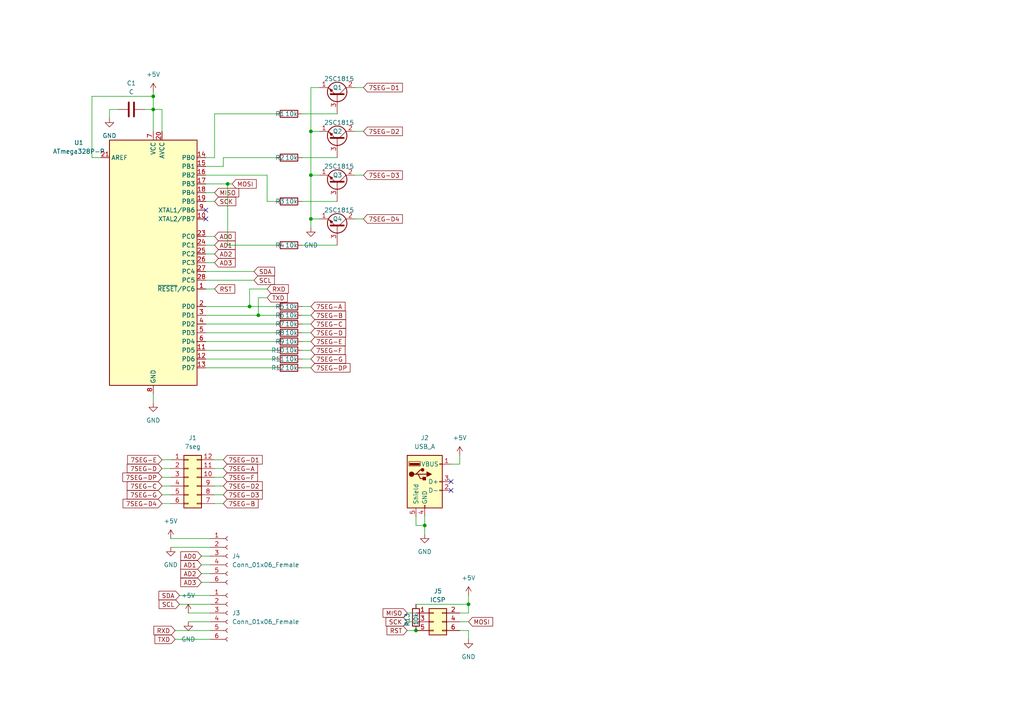
<source format=kicad_sch>
(kicad_sch (version 20211123) (generator eeschema)
  (paper "A4")
  (title_block (title "作業体験用キット") (date "2023-02-23") (rev "ver1") (company "Meister"))
  (lib_symbols
    (symbol "Connector:Conn_01x06_Female" (pin_names (offset 1.016) hide)
      (property "Reference" "J" (at 0 7.62 0))
      (property "Value" "Conn_01x06_Female" (at 0 -10.16 0))
      (symbol "Conn_01x06_Female_1_1"
        (arc (start 0 -7.112) (mid -0.508 -7.62) (end 0 -8.128) (stroke (width 0.1524)))
        (arc (start 0 -4.572) (mid -0.508 -5.08) (end 0 -5.588) (stroke (width 0.1524)))
        (arc (start 0 -2.032) (mid -0.508 -2.54) (end 0 -3.048) (stroke (width 0.1524)))
        (polyline (pts (xy -1.27 -7.62) (xy -0.508 -7.62)) (stroke (width 0.1524)))
        (polyline (pts (xy -1.27 -5.08) (xy -0.508 -5.08)) (stroke (width 0.1524)))
        (polyline (pts (xy -1.27 -2.54) (xy -0.508 -2.54)) (stroke (width 0.1524)))
        (polyline (pts (xy -1.27 0) (xy -0.508 0)) (stroke (width 0.1524)))
        (polyline (pts (xy -1.27 2.54) (xy -0.508 2.54)) (stroke (width 0.1524)))
        (polyline (pts (xy -1.27 5.08) (xy -0.508 5.08)) (stroke (width 0.1524)))
        (arc (start 0 0.508) (mid -0.508 0) (end 0 -0.508) (stroke (width 0.1524)))
        (arc (start 0 3.048) (mid -0.508 2.54) (end 0 2.032) (stroke (width 0.1524)))
        (arc (start 0 5.588) (mid -0.508 5.08) (end 0 4.572) (stroke (width 0.1524)))
        (pin passive line (at -5.08 5.08 0) (length 3.81) (name "Pin_1") (number "1"))
        (pin passive line (at -5.08 2.54 0) (length 3.81) (name "Pin_2") (number "2"))
        (pin passive line (at -5.08 0 0) (length 3.81) (name "Pin_3") (number "3"))
        (pin passive line (at -5.08 -2.54 0) (length 3.81) (name "Pin_4") (number "4"))
        (pin passive line (at -5.08 -5.08 0) (length 3.81) (name "Pin_5") (number "5"))
        (pin passive line (at -5.08 -7.62 0) (length 3.81) (name "Pin_6") (number "6"))
      )
    )
    (symbol "Connector:USB_A" (pin_names (offset 1.016))
      (property "Reference" "J" (at -5.08 11.43 0))
      (property "Value" "USB_A" (at -5.08 8.89 0))
      (symbol "USB_A_0_1"
        (rectangle (start -5.08 -7.62) (end 5.08 7.62) (stroke (width 0.254)) (fill (type background)))
        (circle (center -3.81 2.159) (radius 0.635) (stroke (width 0.254)) (fill (type outline)))
        (rectangle (start -1.524 4.826) (end -4.318 5.334) (fill (type outline)))
        (rectangle (start -1.27 4.572) (end -4.572 5.842))
        (circle (center -0.635 3.429) (radius 0.381) (stroke (width 0.254)) (fill (type outline)))
        (rectangle (start -0.127 -7.62) (end 0.127 -6.858))
        (polyline (pts (xy -3.175 2.159) (xy -2.54 2.159) (xy -1.27 3.429) (xy -0.635 3.429)) (stroke (width 0.254)))
        (polyline (pts (xy -2.54 2.159) (xy -1.905 2.159) (xy -1.27 0.889) (xy 0 0.889)) (stroke (width 0.254)))
        (polyline (pts (xy 0.635 2.794) (xy 0.635 1.524) (xy 1.905 2.159) (xy 0.635 2.794)) (stroke (width 0.254)) (fill (type outline)))
        (rectangle (start 0.254 1.27) (end -0.508 0.508) (stroke (width 0.254)) (fill (type outline)))
        (rectangle (start 5.08 -2.667) (end 4.318 -2.413))
        (rectangle (start 5.08 -0.127) (end 4.318 0.127))
        (rectangle (start 5.08 4.953) (end 4.318 5.207))
      )
      (symbol "USB_A_1_1"
        (polyline (pts (xy -1.905 2.159) (xy 0.635 2.159)) (stroke (width 0.254)))
        (pin power_in line (at 7.62 5.08 180) (length 2.54) (name "VBUS") (number "1"))
        (pin bidirectional line (at 7.62 -2.54 180) (length 2.54) (name "D-") (number "2"))
        (pin bidirectional line (at 7.62 0 180) (length 2.54) (name "D+") (number "3"))
        (pin power_in line (at 0 -10.16 90) (length 2.54) (name "GND") (number "4"))
        (pin passive line (at -2.54 -10.16 90) (length 2.54) (name "Shield") (number "5"))
      )
    )
    (symbol "Connector_Generic:Conn_02x03_Odd_Even" (pin_names (offset 1.016) hide)
      (property "Reference" "J" (at 1.27 5.08 0))
      (property "Value" "Conn_02x03_Odd_Even" (at 1.27 -5.08 0))
      (symbol "Conn_02x03_Odd_Even_1_1"
        (rectangle (start -1.27 -2.413) (end 0 -2.667) (stroke (width 0.1524)))
        (rectangle (start -1.27 0.127) (end 0 -0.127) (stroke (width 0.1524)))
        (rectangle (start -1.27 2.667) (end 0 2.413) (stroke (width 0.1524)))
        (rectangle (start -1.27 3.81) (end 3.81 -3.81) (stroke (width 0.254)) (fill (type background)))
        (rectangle (start 3.81 -2.413) (end 2.54 -2.667) (stroke (width 0.1524)))
        (rectangle (start 3.81 0.127) (end 2.54 -0.127) (stroke (width 0.1524)))
        (rectangle (start 3.81 2.667) (end 2.54 2.413) (stroke (width 0.1524)))
        (pin passive line (at -5.08 2.54 0) (length 3.81) (name "Pin_1") (number "1"))
        (pin passive line (at 7.62 2.54 180) (length 3.81) (name "Pin_2") (number "2"))
        (pin passive line (at -5.08 0 0) (length 3.81) (name "Pin_3") (number "3"))
        (pin passive line (at 7.62 0 180) (length 3.81) (name "Pin_4") (number "4"))
        (pin passive line (at -5.08 -2.54 0) (length 3.81) (name "Pin_5") (number "5"))
        (pin passive line (at 7.62 -2.54 180) (length 3.81) (name "Pin_6") (number "6"))
      )
    )
    (symbol "Connector_Generic:Conn_02x06_Counter_Clockwise" (pin_names (offset 1.016) hide)
      (property "Reference" "J" (at 1.27 7.62 0))
      (property "Value" "Conn_02x06_Counter_Clockwise" (at 1.27 -10.16 0))
      (symbol "Conn_02x06_Counter_Clockwise_1_1"
        (rectangle (start -1.27 -7.493) (end 0 -7.747) (stroke (width 0.1524)))
        (rectangle (start -1.27 -4.953) (end 0 -5.207) (stroke (width 0.1524)))
        (rectangle (start -1.27 -2.413) (end 0 -2.667) (stroke (width 0.1524)))
        (rectangle (start -1.27 0.127) (end 0 -0.127) (stroke (width 0.1524)))
        (rectangle (start -1.27 2.667) (end 0 2.413) (stroke (width 0.1524)))
        (rectangle (start -1.27 5.207) (end 0 4.953) (stroke (width 0.1524)))
        (rectangle (start -1.27 6.35) (end 3.81 -8.89) (stroke (width 0.254)) (fill (type background)))
        (rectangle (start 3.81 -7.493) (end 2.54 -7.747) (stroke (width 0.1524)))
        (rectangle (start 3.81 -4.953) (end 2.54 -5.207) (stroke (width 0.1524)))
        (rectangle (start 3.81 -2.413) (end 2.54 -2.667) (stroke (width 0.1524)))
        (rectangle (start 3.81 0.127) (end 2.54 -0.127) (stroke (width 0.1524)))
        (rectangle (start 3.81 2.667) (end 2.54 2.413) (stroke (width 0.1524)))
        (rectangle (start 3.81 5.207) (end 2.54 4.953) (stroke (width 0.1524)))
        (pin passive line (at -5.08 5.08 0) (length 3.81) (name "Pin_1") (number "1"))
        (pin passive line (at 7.62 0 180) (length 3.81) (name "Pin_10") (number "10"))
        (pin passive line (at 7.62 2.54 180) (length 3.81) (name "Pin_11") (number "11"))
        (pin passive line (at 7.62 5.08 180) (length 3.81) (name "Pin_12") (number "12"))
        (pin passive line (at -5.08 2.54 0) (length 3.81) (name "Pin_2") (number "2"))
        (pin passive line (at -5.08 0 0) (length 3.81) (name "Pin_3") (number "3"))
        (pin passive line (at -5.08 -2.54 0) (length 3.81) (name "Pin_4") (number "4"))
        (pin passive line (at -5.08 -5.08 0) (length 3.81) (name "Pin_5") (number "5"))
        (pin passive line (at -5.08 -7.62 0) (length 3.81) (name "Pin_6") (number "6"))
        (pin passive line (at 7.62 -7.62 180) (length 3.81) (name "Pin_7") (number "7"))
        (pin passive line (at 7.62 -5.08 180) (length 3.81) (name "Pin_8") (number "8"))
        (pin passive line (at 7.62 -2.54 180) (length 3.81) (name "Pin_9") (number "9"))
      )
    )
    (symbol "Device:C" (pin_numbers hide) (pin_names (offset 0.254))
      (property "Reference" "C" (at 0.635 2.54 0))
      (property "Value" "C" (at 0.635 -2.54 0))
      (symbol "C_0_1"
        (polyline (pts (xy -2.032 -0.762) (xy 2.032 -0.762)) (stroke (width 0.508)))
        (polyline (pts (xy -2.032 0.762) (xy 2.032 0.762)) (stroke (width 0.508)))
      )
      (symbol "C_1_1"
        (pin passive line (at 0 3.81 270) (length 2.794) (name "~") (number "1"))
        (pin passive line (at 0 -3.81 90) (length 2.794) (name "~") (number "2"))
      )
    )
    (symbol "Device:R" (pin_numbers hide) (pin_names (offset 0))
      (property "Reference" "R" (at 2.032 0 90))
      (property "Value" "R" (at 0 0 90))
      (symbol "R_0_1"
        (rectangle (start -1.016 -2.54) (end 1.016 2.54) (stroke (width 0.254)))
      )
      (symbol "R_1_1"
        (pin passive line (at 0 3.81 270) (length 1.27) (name "~") (number "1"))
        (pin passive line (at 0 -3.81 90) (length 1.27) (name "~") (number "2"))
      )
    )
    (symbol "MCU_Microchip_ATmega:ATmega328P-P"
      (property "Reference" "U" (at -12.7 36.83 0))
      (property "Value" "ATmega328P-P" (at 2.54 -36.83 0))
      (symbol "ATmega328P-P_0_1"
        (rectangle (start -12.7 -35.56) (end 12.7 35.56) (stroke (width 0.254)) (fill (type background)))
      )
      (symbol "ATmega328P-P_1_1"
        (pin bidirectional line (at 15.24 -7.62 180) (length 2.54) (name "~{RESET}/PC6") (number "1"))
        (pin bidirectional line (at 15.24 12.7 180) (length 2.54) (name "XTAL2/PB7") (number "10"))
        (pin bidirectional line (at 15.24 -25.4 180) (length 2.54) (name "PD5") (number "11"))
        (pin bidirectional line (at 15.24 -27.94 180) (length 2.54) (name "PD6") (number "12"))
        (pin bidirectional line (at 15.24 -30.48 180) (length 2.54) (name "PD7") (number "13"))
        (pin bidirectional line (at 15.24 30.48 180) (length 2.54) (name "PB0") (number "14"))
        (pin bidirectional line (at 15.24 27.94 180) (length 2.54) (name "PB1") (number "15"))
        (pin bidirectional line (at 15.24 25.4 180) (length 2.54) (name "PB2") (number "16"))
        (pin bidirectional line (at 15.24 22.86 180) (length 2.54) (name "PB3") (number "17"))
        (pin bidirectional line (at 15.24 20.32 180) (length 2.54) (name "PB4") (number "18"))
        (pin bidirectional line (at 15.24 17.78 180) (length 2.54) (name "PB5") (number "19"))
        (pin bidirectional line (at 15.24 -12.7 180) (length 2.54) (name "PD0") (number "2"))
        (pin power_in line (at 2.54 38.1 270) (length 2.54) (name "AVCC") (number "20"))
        (pin passive line (at -15.24 30.48 0) (length 2.54) (name "AREF") (number "21"))
        (pin passive line (at 0 -38.1 90) (length 2.54) hide (name "GND") (number "22"))
        (pin bidirectional line (at 15.24 7.62 180) (length 2.54) (name "PC0") (number "23"))
        (pin bidirectional line (at 15.24 5.08 180) (length 2.54) (name "PC1") (number "24"))
        (pin bidirectional line (at 15.24 2.54 180) (length 2.54) (name "PC2") (number "25"))
        (pin bidirectional line (at 15.24 0 180) (length 2.54) (name "PC3") (number "26"))
        (pin bidirectional line (at 15.24 -2.54 180) (length 2.54) (name "PC4") (number "27"))
        (pin bidirectional line (at 15.24 -5.08 180) (length 2.54) (name "PC5") (number "28"))
        (pin bidirectional line (at 15.24 -15.24 180) (length 2.54) (name "PD1") (number "3"))
        (pin bidirectional line (at 15.24 -17.78 180) (length 2.54) (name "PD2") (number "4"))
        (pin bidirectional line (at 15.24 -20.32 180) (length 2.54) (name "PD3") (number "5"))
        (pin bidirectional line (at 15.24 -22.86 180) (length 2.54) (name "PD4") (number "6"))
        (pin power_in line (at 0 38.1 270) (length 2.54) (name "VCC") (number "7"))
        (pin power_in line (at 0 -38.1 90) (length 2.54) (name "GND") (number "8"))
        (pin bidirectional line (at 15.24 15.24 180) (length 2.54) (name "XTAL1/PB6") (number "9"))
      )
    )
    (symbol "Transistor_BJT:2SC1815" (pin_names (offset 0) hide)
      (property "Reference" "Q" (at 5.08 1.905 0))
      (property "Value" "2SC1815" (at 5.08 0 0))
      (symbol "2SC1815_0_1"
        (polyline (pts (xy 0 0) (xy 0.508 0)))
        (polyline (pts (xy 0.635 0.635) (xy 2.54 2.54)))
        (polyline (pts (xy 0.635 -0.635) (xy 2.54 -2.54) (xy 2.54 -2.54)))
        (polyline (pts (xy 0.635 1.905) (xy 0.635 -1.905) (xy 0.635 -1.905)) (stroke (width 0.508)))
        (polyline (pts (xy 1.27 -1.778) (xy 1.778 -1.27) (xy 2.286 -2.286) (xy 1.27 -1.778) (xy 1.27 -1.778)) (fill (type outline)))
        (circle (center 1.27 0) (radius 2.8194) (stroke (width 0.254)))
      )
      (symbol "2SC1815_1_1"
        (pin passive line (at 2.54 -5.08 90) (length 2.54) (name "E") (number "1"))
        (pin passive line (at 2.54 5.08 270) (length 2.54) (name "C") (number "2"))
        (pin input line (at -5.08 0 0) (length 5.08) (name "B") (number "3"))
      )
    )
    (symbol "power:+5V" (power) (pin_names (offset 0))
      (property "Value" "+5V" (at 0 3.556 0))
      (symbol "+5V_0_1"
        (polyline (pts (xy -0.762 1.27) (xy 0 2.54)))
        (polyline (pts (xy 0 0) (xy 0 2.54)))
        (polyline (pts (xy 0 2.54) (xy 0.762 1.27)))
      )
      (symbol "+5V_1_1"
        (pin power_in line (at 0 0 90) (length 0) hide (name "+5V") (number "1"))
      )
    )
    (symbol "power:GND" (power) (pin_names (offset 0))
      (property "Value" "GND" (at 0 -3.81 0))
      (symbol "GND_0_1"
        (polyline (pts (xy 0 0) (xy 0 -1.27) (xy 1.27 -1.27) (xy 0 -2.54) (xy -1.27 -1.27) (xy 0 -1.27)))
      )
      (symbol "GND_1_1"
        (pin power_in line (at 0 0 270) (length 0) hide (name "GND") (number "1"))
      )
    )
  )
  (junction (at 74.93 91.44))
  (junction (at 135.89 175.26))
  (junction (at 123.19 152.4))
  (junction (at 72.39 88.9))
  (junction (at 90.17 50.8))
  (junction (at 44.45 27.94))
  (junction (at 66.04 53.34))
  (junction (at 90.17 38.1))
  (junction (at 90.17 63.5))
  (junction (at 44.45 31.75))
  (junction (at 120.65 182.88))
  (no_connect (at 59.69 63.5))
  (no_connect (at 130.81 142.24))
  (no_connect (at 59.69 60.96))
  (no_connect (at 130.81 139.7))
  (wire (pts (xy 74.93 91.44) (xy 80.01 91.44)))
  (wire (pts (xy 87.63 101.6) (xy 90.17 101.6)))
  (wire (pts (xy 46.99 133.35) (xy 49.53 133.35)))
  (wire (pts (xy 44.45 38.1) (xy 44.45 31.75)))
  (wire (pts (xy 59.69 58.42) (xy 62.23 58.42)))
  (wire (pts (xy 62.23 140.97) (xy 64.77 140.97)))
  (wire (pts (xy 87.63 99.06) (xy 90.17 99.06)))
  (wire (pts (xy 133.35 182.88) (xy 135.89 182.88)))
  (wire (pts (xy 130.81 134.62) (xy 133.35 134.62)))
  (wire (pts (xy 46.99 138.43) (xy 49.53 138.43)))
  (wire (pts (xy 77.47 58.42) (xy 80.01 58.42)))
  (wire (pts (xy 60.96 172.72) (xy 52.07 172.72)))
  (wire (pts (xy 66.04 71.12) (xy 80.01 71.12)))
  (wire (pts (xy 87.63 88.9) (xy 90.17 88.9)))
  (wire (pts (xy 90.17 63.5) (xy 92.71 63.5)))
  (wire (pts (xy 31.75 34.29) (xy 31.75 31.75)))
  (wire (pts (xy 87.63 58.42) (xy 97.79 58.42)))
  (wire (pts (xy 74.93 86.36) (xy 74.93 91.44)))
  (wire (pts (xy 44.45 27.94) (xy 44.45 31.75)))
  (wire (pts (xy 44.45 26.67) (xy 44.45 27.94)))
  (wire (pts (xy 102.87 38.1) (xy 105.41 38.1)))
  (wire (pts (xy 59.69 45.72) (xy 62.23 45.72)))
  (wire (pts (xy 59.69 71.12) (xy 62.23 71.12)))
  (wire (pts (xy 133.35 134.62) (xy 133.35 132.08)))
  (wire (pts (xy 66.04 53.34) (xy 66.04 71.12)))
  (wire (pts (xy 59.69 50.8) (xy 77.47 50.8)))
  (wire (pts (xy 46.99 31.75) (xy 46.99 38.1)))
  (wire (pts (xy 66.04 53.34) (xy 67.31 53.34)))
  (wire (pts (xy 120.65 152.4) (xy 123.19 152.4)))
  (wire (pts (xy 90.17 25.4) (xy 92.71 25.4)))
  (wire (pts (xy 59.69 104.14) (xy 80.01 104.14)))
  (wire (pts (xy 90.17 50.8) (xy 92.71 50.8)))
  (wire (pts (xy 87.63 71.12) (xy 97.79 71.12)))
  (wire (pts (xy 26.67 27.94) (xy 44.45 27.94)))
  (wire (pts (xy 59.69 88.9) (xy 72.39 88.9)))
  (wire (pts (xy 54.61 180.34) (xy 60.96 180.34)))
  (wire (pts (xy 41.91 31.75) (xy 44.45 31.75)))
  (wire (pts (xy 135.89 177.8) (xy 135.89 175.26)))
  (wire (pts (xy 46.99 146.05) (xy 49.53 146.05)))
  (wire (pts (xy 64.77 45.72) (xy 80.01 45.72)))
  (wire (pts (xy 59.69 53.34) (xy 66.04 53.34)))
  (wire (pts (xy 62.23 45.72) (xy 62.23 33.02)))
  (wire (pts (xy 62.23 133.35) (xy 64.77 133.35)))
  (wire (pts (xy 118.11 177.8) (xy 120.65 177.8)))
  (wire (pts (xy 90.17 38.1) (xy 92.71 38.1)))
  (wire (pts (xy 87.63 93.98) (xy 90.17 93.98)))
  (wire (pts (xy 49.53 156.21) (xy 60.96 156.21)))
  (wire (pts (xy 133.35 180.34) (xy 135.89 180.34)))
  (wire (pts (xy 135.89 182.88) (xy 135.89 185.42)))
  (wire (pts (xy 58.42 163.83) (xy 60.96 163.83)))
  (wire (pts (xy 87.63 91.44) (xy 90.17 91.44)))
  (wire (pts (xy 54.61 177.8) (xy 60.96 177.8)))
  (wire (pts (xy 59.69 73.66) (xy 62.23 73.66)))
  (wire (pts (xy 59.69 99.06) (xy 80.01 99.06)))
  (wire (pts (xy 102.87 25.4) (xy 105.41 25.4)))
  (wire (pts (xy 59.69 48.26) (xy 64.77 48.26)))
  (wire (pts (xy 120.65 175.26) (xy 135.89 175.26)))
  (wire (pts (xy 26.67 45.72) (xy 26.67 27.94)))
  (wire (pts (xy 87.63 104.14) (xy 90.17 104.14)))
  (wire (pts (xy 59.69 93.98) (xy 80.01 93.98)))
  (wire (pts (xy 123.19 149.86) (xy 123.19 152.4)))
  (wire (pts (xy 46.99 135.89) (xy 49.53 135.89)))
  (wire (pts (xy 87.63 106.68) (xy 90.17 106.68)))
  (wire (pts (xy 59.69 91.44) (xy 74.93 91.44)))
  (wire (pts (xy 58.42 166.37) (xy 60.96 166.37)))
  (wire (pts (xy 59.69 106.68) (xy 80.01 106.68)))
  (wire (pts (xy 118.11 180.34) (xy 120.65 180.34)))
  (wire (pts (xy 29.21 45.72) (xy 26.67 45.72)))
  (wire (pts (xy 64.77 48.26) (xy 64.77 45.72)))
  (wire (pts (xy 59.69 78.74) (xy 73.66 78.74)))
  (wire (pts (xy 58.42 161.29) (xy 60.96 161.29)))
  (wire (pts (xy 102.87 50.8) (xy 105.41 50.8)))
  (wire (pts (xy 62.23 138.43) (xy 64.77 138.43)))
  (wire (pts (xy 59.69 55.88) (xy 62.23 55.88)))
  (wire (pts (xy 62.23 135.89) (xy 64.77 135.89)))
  (wire (pts (xy 90.17 25.4) (xy 90.17 38.1)))
  (wire (pts (xy 59.69 83.82) (xy 62.23 83.82)))
  (wire (pts (xy 59.69 81.28) (xy 73.66 81.28)))
  (wire (pts (xy 133.35 177.8) (xy 135.89 177.8)))
  (wire (pts (xy 72.39 88.9) (xy 80.01 88.9)))
  (wire (pts (xy 72.39 83.82) (xy 72.39 88.9)))
  (wire (pts (xy 50.8 185.42) (xy 60.96 185.42)))
  (wire (pts (xy 90.17 50.8) (xy 90.17 63.5)))
  (wire (pts (xy 46.99 143.51) (xy 49.53 143.51)))
  (wire (pts (xy 123.19 152.4) (xy 123.19 154.94)))
  (wire (pts (xy 62.23 33.02) (xy 80.01 33.02)))
  (wire (pts (xy 118.11 182.88) (xy 120.65 182.88)))
  (wire (pts (xy 46.99 140.97) (xy 49.53 140.97)))
  (wire (pts (xy 44.45 31.75) (xy 46.99 31.75)))
  (wire (pts (xy 77.47 86.36) (xy 74.93 86.36)))
  (wire (pts (xy 59.69 96.52) (xy 80.01 96.52)))
  (wire (pts (xy 90.17 38.1) (xy 90.17 50.8)))
  (wire (pts (xy 102.87 63.5) (xy 105.41 63.5)))
  (wire (pts (xy 62.23 143.51) (xy 64.77 143.51)))
  (wire (pts (xy 90.17 66.04) (xy 90.17 63.5)))
  (wire (pts (xy 77.47 83.82) (xy 72.39 83.82)))
  (wire (pts (xy 59.69 101.6) (xy 80.01 101.6)))
  (wire (pts (xy 87.63 96.52) (xy 90.17 96.52)))
  (wire (pts (xy 62.23 146.05) (xy 64.77 146.05)))
  (wire (pts (xy 52.07 175.26) (xy 60.96 175.26)))
  (wire (pts (xy 120.65 149.86) (xy 120.65 152.4)))
  (wire (pts (xy 49.53 158.75) (xy 60.96 158.75)))
  (wire (pts (xy 87.63 45.72) (xy 97.79 45.72)))
  (wire (pts (xy 59.69 68.58) (xy 62.23 68.58)))
  (wire (pts (xy 135.89 172.72) (xy 135.89 175.26)))
  (wire (pts (xy 50.8 182.88) (xy 60.96 182.88)))
  (wire (pts (xy 44.45 114.3) (xy 44.45 116.84)))
  (wire (pts (xy 59.69 76.2) (xy 62.23 76.2)))
  (wire (pts (xy 31.75 31.75) (xy 34.29 31.75)))
  (wire (pts (xy 87.63 33.02) (xy 97.79 33.02)))
  (wire (pts (xy 58.42 168.91) (xy 60.96 168.91)))
  (wire (pts (xy 77.47 50.8) (xy 77.47 58.42)))
  (global_label "MISO" (shape input) (at 62.23 55.88 0) (property "Intersheet References" "${INTERSHEET_REFS}" (effects hide)))
  (global_label "TXD" (shape input) (at 50.8 185.42 180) (property "Intersheet References" "${INTERSHEET_REFS}" (effects hide)))
  (global_label "TXD" (shape input) (at 77.47 86.36 0) (property "Intersheet References" "${INTERSHEET_REFS}" (effects hide)))
  (global_label "7SEG-D4" (shape input) (at 105.41 63.5 0) (property "Intersheet References" "${INTERSHEET_REFS}" (effects hide)))
  (global_label "SCK" (shape input) (at 118.11 180.34 180) (property "Intersheet References" "${INTERSHEET_REFS}" (effects hide)))
  (global_label "AD3" (shape input) (at 58.42 168.91 180) (property "Intersheet References" "${INTERSHEET_REFS}" (effects hide)))
  (global_label "7SEG-B" (shape input) (at 90.17 91.44 0) (property "Intersheet References" "${INTERSHEET_REFS}" (effects hide)))
  (global_label "AD1" (shape input) (at 58.42 163.83 180) (property "Intersheet References" "${INTERSHEET_REFS}" (effects hide)))
  (global_label "RXD" (shape input) (at 50.8 182.88 180) (property "Intersheet References" "${INTERSHEET_REFS}" (effects hide)))
  (global_label "RST" (shape input) (at 62.23 83.82 0) (property "Intersheet References" "${INTERSHEET_REFS}" (effects hide)))
  (global_label "AD3" (shape input) (at 62.23 76.2 0) (property "Intersheet References" "${INTERSHEET_REFS}" (effects hide)))
  (global_label "7SEG-A" (shape input) (at 90.17 88.9 0) (property "Intersheet References" "${INTERSHEET_REFS}" (effects hide)))
  (global_label "7SEG-D" (shape input) (at 46.99 135.89 180) (property "Intersheet References" "${INTERSHEET_REFS}" (effects hide)))
  (global_label "7SEG-D3" (shape input) (at 64.77 143.51 0) (property "Intersheet References" "${INTERSHEET_REFS}" (effects hide)))
  (global_label "AD0" (shape input) (at 58.42 161.29 180) (property "Intersheet References" "${INTERSHEET_REFS}" (effects hide)))
  (global_label "7SEG-D1" (shape input) (at 105.41 25.4 0) (property "Intersheet References" "${INTERSHEET_REFS}" (effects hide)))
  (global_label "7SEG-D" (shape input) (at 90.17 96.52 0) (property "Intersheet References" "${INTERSHEET_REFS}" (effects hide)))
  (global_label "7SEG-DP" (shape input) (at 46.99 138.43 180) (property "Intersheet References" "${INTERSHEET_REFS}" (effects hide)))
  (global_label "SCK" (shape input) (at 62.23 58.42 0) (property "Intersheet References" "${INTERSHEET_REFS}" (effects hide)))
  (global_label "SDA" (shape input) (at 52.07 172.72 180) (property "Intersheet References" "${INTERSHEET_REFS}" (effects hide)))
  (global_label "7SEG-C" (shape input) (at 46.99 140.97 180) (property "Intersheet References" "${INTERSHEET_REFS}" (effects hide)))
  (global_label "7SEG-A" (shape input) (at 64.77 135.89 0) (property "Intersheet References" "${INTERSHEET_REFS}" (effects hide)))
  (global_label "SDA" (shape input) (at 73.66 78.74 0) (property "Intersheet References" "${INTERSHEET_REFS}" (effects hide)))
  (global_label "7SEG-F" (shape input) (at 64.77 138.43 0) (property "Intersheet References" "${INTERSHEET_REFS}" (effects hide)))
  (global_label "AD1" (shape input) (at 62.23 71.12 0) (property "Intersheet References" "${INTERSHEET_REFS}" (effects hide)))
  (global_label "7SEG-F" (shape input) (at 90.17 101.6 0) (property "Intersheet References" "${INTERSHEET_REFS}" (effects hide)))
  (global_label "AD0" (shape input) (at 62.23 68.58 0) (property "Intersheet References" "${INTERSHEET_REFS}" (effects hide)))
  (global_label "7SEG-D1" (shape input) (at 64.77 133.35 0) (property "Intersheet References" "${INTERSHEET_REFS}" (effects hide)))
  (global_label "7SEG-D4" (shape input) (at 46.99 146.05 180) (property "Intersheet References" "${INTERSHEET_REFS}" (effects hide)))
  (global_label "RST" (shape input) (at 118.11 182.88 180) (property "Intersheet References" "${INTERSHEET_REFS}" (effects hide)))
  (global_label "7SEG-D3" (shape input) (at 105.41 50.8 0) (property "Intersheet References" "${INTERSHEET_REFS}" (effects hide)))
  (global_label "MISO" (shape input) (at 118.11 177.8 180) (property "Intersheet References" "${INTERSHEET_REFS}" (effects hide)))
  (global_label "7SEG-DP" (shape input) (at 90.17 106.68 0) (property "Intersheet References" "${INTERSHEET_REFS}" (effects hide)))
  (global_label "RXD" (shape input) (at 77.47 83.82 0) (property "Intersheet References" "${INTERSHEET_REFS}" (effects hide)))
  (global_label "AD2" (shape input) (at 58.42 166.37 180) (property "Intersheet References" "${INTERSHEET_REFS}" (effects hide)))
  (global_label "SCL" (shape input) (at 52.07 175.26 180) (property "Intersheet References" "${INTERSHEET_REFS}" (effects hide)))
  (global_label "7SEG-D2" (shape input) (at 64.77 140.97 0) (property "Intersheet References" "${INTERSHEET_REFS}" (effects hide)))
  (global_label "AD2" (shape input) (at 62.23 73.66 0) (property "Intersheet References" "${INTERSHEET_REFS}" (effects hide)))
  (global_label "7SEG-E" (shape input) (at 46.99 133.35 180) (property "Intersheet References" "${INTERSHEET_REFS}" (effects hide)))
  (global_label "7SEG-G" (shape input) (at 90.17 104.14 0) (property "Intersheet References" "${INTERSHEET_REFS}" (effects hide)))
  (global_label "SCL" (shape input) (at 73.66 81.28 0) (property "Intersheet References" "${INTERSHEET_REFS}" (effects hide)))
  (global_label "MOSI" (shape input) (at 67.31 53.34 0) (property "Intersheet References" "${INTERSHEET_REFS}" (effects hide)))
  (global_label "7SEG-C" (shape input) (at 90.17 93.98 0) (property "Intersheet References" "${INTERSHEET_REFS}" (effects hide)))
  (global_label "7SEG-E" (shape input) (at 90.17 99.06 0) (property "Intersheet References" "${INTERSHEET_REFS}" (effects hide)))
  (global_label "7SEG-B" (shape input) (at 64.77 146.05 0) (property "Intersheet References" "${INTERSHEET_REFS}" (effects hide)))
  (global_label "7SEG-G" (shape input) (at 46.99 143.51 180) (property "Intersheet References" "${INTERSHEET_REFS}" (effects hide)))
  (global_label "7SEG-D2" (shape input) (at 105.41 38.1 0) (property "Intersheet References" "${INTERSHEET_REFS}" (effects hide)))
  (global_label "MOSI" (shape input) (at 135.89 180.34 0) (property "Intersheet References" "${INTERSHEET_REFS}" (effects hide)))
  (symbol (lib_id "Device:C") (at 38.1 31.75 90) (unit 1)
    (property "Reference" "C1" (at 38.1 24.13 90))
    (property "Value" "C" (at 38.1 26.67 90))
    (property "Footprint" "Capacitor_THT:C_Disc_D3.0mm_W1.6mm_P2.50mm" (effects hide))
  )
  (symbol (lib_id "Device:R") (at 83.82 45.72 90) (unit 1)
    (property "Reference" "R2" (at 82.55 45.72 90) (effects (justify left)))
    (property "Value" "10k" (at 86.36 45.72 90) (effects (justify left)))
    (property "Footprint" "Resistor_THT:R_Axial_DIN0207_L6.3mm_D2.5mm_P10.16mm_Horizontal" (effects hide))
  )
  (symbol (lib_id "Device:R") (at 83.82 33.02 90) (unit 1)
    (property "Reference" "R1" (at 82.55 33.02 90) (effects (justify left)))
    (property "Value" "10k" (at 86.36 33.02 90) (effects (justify left)))
    (property "Footprint" "Resistor_THT:R_Axial_DIN0207_L6.3mm_D2.5mm_P10.16mm_Horizontal" (effects hide))
  )
  (symbol (lib_id "Transistor_BJT:2SC1815") (at 97.79 53.34 270) (mirror x) (unit 1)
    (property "Reference" "Q3" (at 96.52 50.8 90) (effects (justify left)))
    (property "Value" "2SC1815" (at 93.98 48.26 90) (effects (justify left)))
    (property "Footprint" "Package_TO_SOT_THT:TO-92_Inline" (effects hide))
    (property "Datasheet" "https://media.digikey.com/pdf/Data%20Sheets/Toshiba%20PDFs/2SC1815.pdf" (effects hide))
  )
  (symbol (lib_id "Transistor_BJT:2SC1815") (at 97.79 27.94 270) (mirror x) (unit 1)
    (property "Reference" "Q1" (at 96.52 25.4 90) (effects (justify left)))
    (property "Value" "2SC1815" (at 93.98 22.86 90) (effects (justify left)))
    (property "Footprint" "Package_TO_SOT_THT:TO-92_Inline" (effects hide))
    (property "Datasheet" "https://media.digikey.com/pdf/Data%20Sheets/Toshiba%20PDFs/2SC1815.pdf" (effects hide))
  )
  (symbol (lib_id "Connector_Generic:Conn_02x03_Odd_Even") (at 125.73 180.34 0) (unit 1)
    (property "Reference" "J5" (at 127 171.45 0))
    (property "Value" "ICSP" (at 127 173.99 0))
    (property "Footprint" "Connector_PinHeader_2.54mm:PinHeader_2x03_P2.54mm_Vertical" (effects hide))
  )
  (symbol (lib_id "Connector:USB_A") (at 123.19 139.7 0) (unit 1)
    (property "Reference" "J2" (at 123.19 127 0))
    (property "Value" "USB_A" (at 123.19 129.54 0))
    (property "Footprint" "Connector_USB:USB_A_Molex_67643_Horizontal" (effects hide))
    (property "Datasheet" " ~" (effects hide))
  )
  (symbol (lib_id "power:GND") (at 90.17 66.04 0) (unit 1)
    (property "Reference" "#PWR04" (effects hide))
    (property "Value" "GND" (at 90.17 71.12 0))
  )
  (symbol (lib_id "power:GND") (at 135.89 185.42 0) (unit 1)
    (property "Reference" "#PWR012" (effects hide))
    (property "Value" "GND" (at 135.89 190.5 0))
  )
  (symbol (lib_id "power:GND") (at 31.75 34.29 0) (unit 1)
    (property "Reference" "#PWR01" (effects hide))
    (property "Value" "GND" (at 31.75 39.37 0))
  )
  (symbol (lib_id "Device:R") (at 83.82 101.6 90) (unit 1)
    (property "Reference" "R10" (at 82.55 101.6 90) (effects (justify left)))
    (property "Value" "10k" (at 86.36 101.6 90) (effects (justify left)))
    (property "Footprint" "Resistor_THT:R_Axial_DIN0207_L6.3mm_D2.5mm_P10.16mm_Horizontal" (effects hide))
  )
  (symbol (lib_id "Transistor_BJT:2SC1815") (at 97.79 66.04 270) (mirror x) (unit 1)
    (property "Reference" "Q4" (at 96.52 63.5 90) (effects (justify left)))
    (property "Value" "2SC1815" (at 93.98 60.96 90) (effects (justify left)))
    (property "Footprint" "Package_TO_SOT_THT:TO-92_Inline" (effects hide))
    (property "Datasheet" "https://media.digikey.com/pdf/Data%20Sheets/Toshiba%20PDFs/2SC1815.pdf" (effects hide))
  )
  (symbol (lib_id "Device:R") (at 83.82 88.9 90) (unit 1)
    (property "Reference" "R5" (at 82.55 88.9 90) (effects (justify left)))
    (property "Value" "10k" (at 86.36 88.9 90) (effects (justify left)))
    (property "Footprint" "Resistor_THT:R_Axial_DIN0207_L6.3mm_D2.5mm_P10.16mm_Horizontal" (effects hide))
  )
  (symbol (lib_id "power:GND") (at 54.61 180.34 0) (unit 1)
    (property "Reference" "#PWR07" (effects hide))
    (property "Value" "GND" (at 54.61 185.42 0))
  )
  (symbol (lib_id "Device:R") (at 83.82 91.44 90) (unit 1)
    (property "Reference" "R6" (at 82.55 91.44 90) (effects (justify left)))
    (property "Value" "10k" (at 86.36 91.44 90) (effects (justify left)))
    (property "Footprint" "Resistor_THT:R_Axial_DIN0207_L6.3mm_D2.5mm_P10.16mm_Horizontal" (effects hide))
  )
  (symbol (lib_id "Device:R") (at 83.82 58.42 90) (unit 1)
    (property "Reference" "R3" (at 82.55 58.42 90) (effects (justify left)))
    (property "Value" "10k" (at 86.36 58.42 90) (effects (justify left)))
    (property "Footprint" "Resistor_THT:R_Axial_DIN0207_L6.3mm_D2.5mm_P10.16mm_Horizontal" (effects hide))
  )
  (symbol (lib_id "Transistor_BJT:2SC1815") (at 97.79 40.64 270) (mirror x) (unit 1)
    (property "Reference" "Q2" (at 96.52 38.1 90) (effects (justify left)))
    (property "Value" "2SC1815" (at 93.98 35.56 90) (effects (justify left)))
    (property "Footprint" "Package_TO_SOT_THT:TO-92_Inline" (effects hide))
    (property "Datasheet" "https://media.digikey.com/pdf/Data%20Sheets/Toshiba%20PDFs/2SC1815.pdf" (effects hide))
  )
  (symbol (lib_id "power:+5V") (at 54.61 177.8 0) (unit 1)
    (property "Reference" "#PWR06" (effects hide))
    (property "Value" "+5V" (at 54.61 172.72 0))
  )
  (symbol (lib_id "Device:R") (at 83.82 93.98 90) (unit 1)
    (property "Reference" "R7" (at 82.55 93.98 90) (effects (justify left)))
    (property "Value" "10k" (at 86.36 93.98 90) (effects (justify left)))
    (property "Footprint" "Resistor_THT:R_Axial_DIN0207_L6.3mm_D2.5mm_P10.16mm_Horizontal" (effects hide))
  )
  (symbol (lib_id "Device:R") (at 120.65 179.07 180) (unit 1)
    (property "Reference" "R13" (at 118.11 177.8 90) (effects (justify left)))
    (property "Value" "10k" (at 120.65 177.8 90) (effects (justify left)))
    (property "Footprint" "Resistor_THT:R_Axial_DIN0207_L6.3mm_D2.5mm_P10.16mm_Horizontal" (effects hide))
  )
  (symbol (lib_id "power:+5V") (at 44.45 26.67 0) (unit 1)
    (property "Reference" "#PWR02" (effects hide))
    (property "Value" "+5V" (at 44.45 21.59 0))
  )
  (symbol (lib_id "Connector:Conn_01x06_Female") (at 66.04 177.8 0) (unit 1)
    (property "Reference" "J3" (at 67.31 177.7999 0) (effects (justify left)))
    (property "Value" "Conn_01x06_Female" (at 67.31 180.3399 0) (effects (justify left)))
    (property "Footprint" "Connector_PinSocket_2.54mm:PinSocket_1x06_P2.54mm_Vertical" (effects hide))
  )
  (symbol (lib_id "power:GND") (at 123.19 154.94 0) (unit 1)
    (property "Reference" "#PWR05" (effects hide))
    (property "Value" "GND" (at 123.19 160.02 0))
  )
  (symbol (lib_id "power:GND") (at 49.53 158.75 0) (unit 1)
    (property "Reference" "#PWR010" (effects hide))
    (property "Value" "GND" (at 49.53 163.83 0))
  )
  (symbol (lib_id "power:+5V") (at 135.89 172.72 0) (unit 1)
    (property "Reference" "#PWR011" (effects hide))
    (property "Value" "+5V" (at 135.89 167.64 0))
  )
  (symbol (lib_id "MCU_Microchip_ATmega:ATmega328P-P") (at 44.45 76.2 0) (unit 1)
    (property "Reference" "U1" (at 22.86 41.3893 0))
    (property "Value" "ATmega328P-P" (at 22.86 43.9293 0))
    (property "Footprint" "Package_DIP:DIP-28_W7.62mm" (effects hide))
    (property "Datasheet" "http://ww1.microchip.com/downloads/en/DeviceDoc/ATmega328_P%20AVR%20MCU%20with%20picoPower%20Technology%20Data%20Sheet%2040001984A.pdf" (effects hide))
  )
  (symbol (lib_id "Device:R") (at 83.82 99.06 90) (unit 1)
    (property "Reference" "R9" (at 82.55 99.06 90) (effects (justify left)))
    (property "Value" "10k" (at 86.36 99.06 90) (effects (justify left)))
    (property "Footprint" "Resistor_THT:R_Axial_DIN0207_L6.3mm_D2.5mm_P10.16mm_Horizontal" (effects hide))
  )
  (symbol (lib_id "Device:R") (at 83.82 71.12 90) (unit 1)
    (property "Reference" "R4" (at 82.55 71.12 90) (effects (justify left)))
    (property "Value" "10k" (at 86.36 71.12 90) (effects (justify left)))
    (property "Footprint" "Resistor_THT:R_Axial_DIN0207_L6.3mm_D2.5mm_P10.16mm_Horizontal" (effects hide))
  )
  (symbol (lib_id "power:+5V") (at 133.35 132.08 0) (unit 1)
    (property "Reference" "#PWR08" (effects hide))
    (property "Value" "+5V" (at 133.35 127 0))
  )
  (symbol (lib_id "Connector_Generic:Conn_02x06_Counter_Clockwise") (at 54.61 138.43 0) (unit 1)
    (property "Reference" "J1" (at 55.88 127 0))
    (property "Value" "7seg" (at 55.88 129.54 0))
    (property "Footprint" "Display_7Segment:CA56-12SRWA" (effects hide))
    (property "Datasheet" "https://akizukidenshi.com/download/OSL40562-LRA.pdf" (effects hide))
  )
  (symbol (lib_id "Device:R") (at 83.82 104.14 90) (unit 1)
    (property "Reference" "R11" (at 82.55 104.14 90) (effects (justify left)))
    (property "Value" "10k" (at 86.36 104.14 90) (effects (justify left)))
    (property "Footprint" "Resistor_THT:R_Axial_DIN0207_L6.3mm_D2.5mm_P10.16mm_Horizontal" (effects hide))
  )
  (symbol (lib_id "Device:R") (at 83.82 106.68 90) (unit 1)
    (property "Reference" "R12" (at 82.55 106.68 90) (effects (justify left)))
    (property "Value" "10k" (at 86.36 106.68 90) (effects (justify left)))
    (property "Footprint" "Resistor_THT:R_Axial_DIN0207_L6.3mm_D2.5mm_P10.16mm_Horizontal" (effects hide))
  )
  (symbol (lib_id "power:GND") (at 44.45 116.84 0) (unit 1)
    (property "Reference" "#PWR03" (effects hide))
    (property "Value" "GND" (at 44.45 121.92 0))
  )
  (symbol (lib_id "power:+5V") (at 49.53 156.21 0) (unit 1)
    (property "Reference" "#PWR09" (effects hide))
    (property "Value" "+5V" (at 49.53 151.13 0))
  )
  (symbol (lib_id "Device:R") (at 83.82 96.52 90) (unit 1)
    (property "Reference" "R8" (at 82.55 96.52 90) (effects (justify left)))
    (property "Value" "10k" (at 86.36 96.52 90) (effects (justify left)))
    (property "Footprint" "Resistor_THT:R_Axial_DIN0207_L6.3mm_D2.5mm_P10.16mm_Horizontal" (effects hide))
  )
  (symbol (lib_id "Connector:Conn_01x06_Female") (at 66.04 161.29 0) (unit 1)
    (property "Reference" "J4" (at 67.31 161.2899 0) (effects (justify left)))
    (property "Value" "Conn_01x06_Female" (at 67.31 163.8299 0) (effects (justify left)))
    (property "Footprint" "Connector_PinSocket_2.54mm:PinSocket_1x06_P2.54mm_Vertical" (effects hide))
  )
)
</source>
